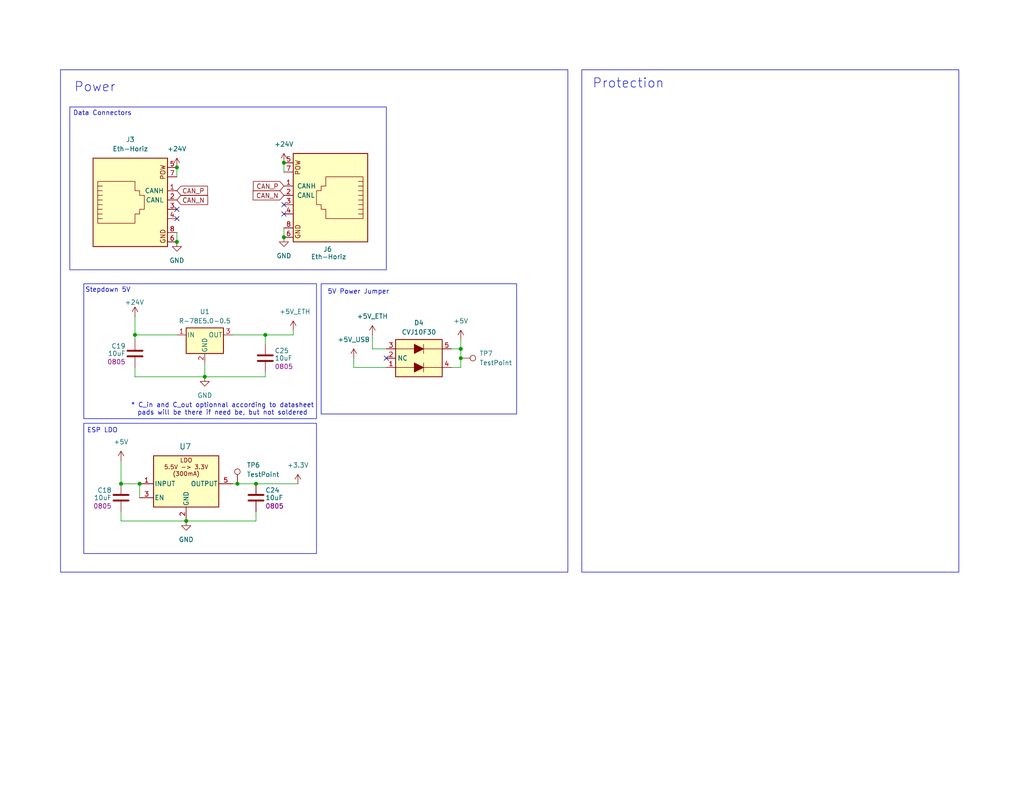
<source format=kicad_sch>
(kicad_sch (version 20250114) (generator "eeschema") (generator_version "9.0")
  (paper "USLetter")
  (lib_symbols
    (symbol "Regulator_Switching:R-78E5.0-0.5" (pin_names (offset 0.254))
      (property "Reference" "U" (at -3.81 3.175 0))
      (property "Value" "R-78E5.0-0.5" (at 0 3.175 0))
      (symbol "R-78E5.0-0.5_0_1"
        (rectangle (start -5.08 1.905) (end 5.08 -5.08) (stroke (width 0.254)) (fill (type background)))
      )
      (symbol "R-78E5.0-0.5_1_1"
        (pin power_in line (at -7.62 0 0) (length 2.54) (name "IN") (number "1"))
        (pin power_in line (at 0 -7.62 90) (length 2.54) (name "GND") (number "2"))
        (pin power_out line (at 7.62 0 180) (length 2.54) (name "OUT") (number "3"))
      )
    )
    (symbol "RoverLibrary:C_0805" (pin_numbers (hide yes)) (pin_names (offset 0.254))
      (property "Reference" "C" (at 2.54 2.032 0))
      (property "Value" "~" (at 2.54 0 0))
      (property "Package" "0805" (at 2.54 -2.286 0))
      (symbol "C_0805_0_1"
        (polyline (pts (xy -2.032 0.762) (xy 2.032 0.762)) (stroke (width 0.508)))
        (polyline (pts (xy -2.032 -0.762) (xy 2.032 -0.762)) (stroke (width 0.508)))
      )
      (symbol "C_0805_1_1"
        (pin passive line (at 0 3.81 270) (length 2.794) (name "~") (number "1"))
        (pin passive line (at 0 -3.81 90) (length 2.794) (name "~") (number "2"))
      )
    )
    (symbol "RoverLibrary:Diode_Schottchy_CVJ10F30"
      (property "Reference" "D" (at 0 2.032 0))
      (property "Value" "CVJ10F30" (at 0 0 0))
      (property "Status" "TO BE VERIFIED" (at 0 4.064 0))
      (symbol "Diode_Schottchy_CVJ10F30_0_1"
        (polyline (pts (xy -6.35 -3.81) (xy 6.35 -3.81)))
        (polyline (pts (xy -6.35 -8.89) (xy 6.35 -8.89)))
        (polyline (pts (xy -1.27 -2.54) (xy -1.27 -5.08) (xy 1.27 -3.81) (xy -1.27 -2.54)) (fill (type outline)))
        (polyline (pts (xy -1.27 -7.62) (xy -1.27 -10.16) (xy 1.27 -8.89) (xy -1.27 -7.62)) (fill (type outline)))
        (polyline (pts (xy 1.27 -2.54) (xy 1.27 -5.08)))
        (polyline (pts (xy 1.27 -7.62) (xy 1.27 -10.16)))
      )
      (symbol "Diode_Schottchy_CVJ10F30_1_1"
        (rectangle (start -6.35 -1.27) (end 6.35 -11.43) (stroke (width 0.254)) (fill (type background)))
        (pin passive line (at -8.89 -3.81 0) (length 2.54) (name "") (number "3"))
        (pin passive line (at -8.89 -6.35 0) (length 2.54) (name "NC") (number "2"))
        (pin passive line (at -8.89 -8.89 0) (length 2.54) (name "") (number "1"))
        (pin passive line (at 8.89 -3.81 180) (length 2.54) (name "") (number "5"))
        (pin passive line (at 8.89 -8.89 180) (length 2.54) (name "") (number "4"))
      )
    )
    (symbol "RoverLibrary:Eth-Horiz-54601-908WPLF" (pin_names (offset 1.016))
      (property "Reference" "J" (at -5.08 13.97 0))
      (property "Value" "Eth-Horiz" (at 2.54 13.97 0))
      (property "STATUS" "APPROVED" (at -4.826 16.002 0))
      (symbol "Eth-Horiz-54601-908WPLF_0_1"
        (rectangle (start -12.7 12.7) (end 7.62 -11.43) (stroke (width 0.254)) (fill (type background)))
        (polyline (pts (xy -11.43 1.27) (xy -10.16 1.27) (xy -10.16 1.27)))
        (polyline (pts (xy -11.43 0) (xy -10.16 0) (xy -10.16 0)))
        (polyline (pts (xy -11.43 -1.27) (xy -10.16 -1.27) (xy -10.16 -1.27)))
        (polyline (pts (xy -11.43 -2.54) (xy -10.16 -2.54) (xy -10.16 -2.54)))
        (polyline (pts (xy -11.43 -3.81) (xy -10.16 -3.81) (xy -10.16 -3.81)))
        (polyline (pts (xy -11.43 -5.08) (xy -11.43 6.35) (xy -1.27 6.35) (xy -1.27 3.81) (xy 0 3.81) (xy 0 2.54) (xy 1.27 2.54) (xy 1.27 -1.27) (xy 0 -1.27) (xy 0 -2.54) (xy -1.27 -2.54) (xy -1.27 -5.08) (xy -11.43 -5.08) (xy -11.43 -5.08)))
        (polyline (pts (xy -10.16 5.08) (xy -11.43 5.08)))
        (polyline (pts (xy -10.16 3.81) (xy -11.43 3.81)))
        (polyline (pts (xy -10.16 2.54) (xy -11.43 2.54) (xy -11.43 2.54)))
      )
      (symbol "Eth-Horiz-54601-908WPLF_1_1"
        (text "POW" (at 6.35 8.89 900) (effects (font (size 1.27 1.27))))
        (text "GND" (at 6.35 -8.636 900) (effects (font (size 1.27 1.27))))
        (pin passive line (at 10.16 10.16 180) (length 2.54) (name "~") (number "5"))
        (pin passive line (at 10.16 7.62 180) (length 2.54) (name "~") (number "7"))
        (pin passive line (at 10.16 3.81 180) (length 2.54) (name "CANH") (number "1"))
        (pin passive line (at 10.16 1.27 180) (length 2.54) (name "CANL") (number "2"))
        (pin passive line (at 10.16 -1.27 180) (length 2.54) (name "~") (number "3"))
        (pin passive line (at 10.16 -3.81 180) (length 2.54) (name "~") (number "4"))
        (pin passive line (at 10.16 -7.62 180) (length 2.54) (name "~") (number "8"))
        (pin passive line (at 10.16 -10.16 180) (length 2.54) (name "~") (number "6"))
      )
    )
    (symbol "RoverLibrary:LDO-TLV74033PDBVR" (pin_names (offset 0.254))
      (property "Reference" "U" (at 0 1.27 0))
      (property "STATUS" "TO BE APPROVED" (at 0 3.048 0))
      (symbol "LDO-TLV74033PDBVR_1_1"
        (rectangle (start -8.89 0) (end 8.89 -13.97) (stroke (width 0.254)) (fill (type background)))
        (text "LDO\n5.5V -> 3.3V\n(300mA)" (at 0 -3.048 0) (effects (font (size 1.143 1.143))))
        (pin power_in line (at -12.7 -7.62 0) (length 3.81) (name "INPUT") (number "1"))
        (pin input line (at -12.7 -11.43 0) (length 3.81) (name "EN") (number "3"))
        (pin power_in line (at 0 -17.78 90) (length 3.81) (name "GND") (number "2"))
        (pin power_out line (at 12.7 -7.62 180) (length 3.81) (name "OUTPUT") (number "5"))
        (pin no_connect line (at 12.7 -11.43 180) (length 3.81) (hide yes) (name "NC") (number "4"))
      )
    )
    (symbol "RoverLibrary:TestPoint" (pin_numbers (hide yes)) (pin_names (offset 0.762) (hide yes))
      (property "Reference" "TP" (at 0 6.858 0))
      (property "Value" "TestPoint" (at 0 5.08 0))
      (symbol "TestPoint_0_1"
        (circle (center 0 3.302) (radius 0.762))
      )
      (symbol "TestPoint_1_1"
        (pin passive line (at 0 0 90) (length 2.54) (name "1") (number "1"))
      )
    )
    (symbol "power:+24V" (power) (pin_numbers (hide yes)) (pin_names (offset 0) (hide yes))
      (property "Value" "+24V" (at 0 3.556 0))
      (symbol "+24V_0_1"
        (polyline (pts (xy -0.762 1.27) (xy 0 2.54)))
        (polyline (pts (xy 0 2.54) (xy 0.762 1.27)))
        (polyline (pts (xy 0 0) (xy 0 2.54)))
      )
      (symbol "+24V_1_1"
        (pin power_in line (at 0 0 90) (length 0) (name "~") (number "1"))
      )
    )
    (symbol "power:+3.3V" (power) (pin_numbers (hide yes)) (pin_names (offset 0) (hide yes))
      (property "Value" "+3.3V" (at 0 3.556 0))
      (symbol "+3.3V_0_1"
        (polyline (pts (xy -0.762 1.27) (xy 0 2.54)))
        (polyline (pts (xy 0 2.54) (xy 0.762 1.27)))
        (polyline (pts (xy 0 0) (xy 0 2.54)))
      )
      (symbol "+3.3V_1_1"
        (pin power_in line (at 0 0 90) (length 0) (name "~") (number "1"))
      )
    )
    (symbol "power:+5V" (power) (pin_numbers (hide yes)) (pin_names (offset 0) (hide yes))
      (property "Value" "+5V" (at 0 3.556 0))
      (symbol "+5V_0_1"
        (polyline (pts (xy -0.762 1.27) (xy 0 2.54)))
        (polyline (pts (xy 0 2.54) (xy 0.762 1.27)))
        (polyline (pts (xy 0 0) (xy 0 2.54)))
      )
      (symbol "+5V_1_1"
        (pin power_in line (at 0 0 90) (length 0) (name "~") (number "1"))
      )
    )
    (symbol "power:GND" (power) (pin_numbers (hide yes)) (pin_names (offset 0) (hide yes))
      (property "Value" "GND" (at 0 -3.81 0))
      (symbol "GND_0_1"
        (polyline (pts (xy 0 0) (xy 0 -1.27) (xy 1.27 -1.27) (xy 0 -2.54) (xy -1.27 -1.27) (xy 0 -1.27)))
      )
      (symbol "GND_1_1"
        (pin power_in line (at 0 0 270) (length 0) (name "~") (number "1"))
      )
    )
  )
  (rectangle (start 87.63 77.47) (end 140.97 113.03))
  (rectangle (start 158.75 19.05) (end 261.62 156.21))
  (rectangle (start 22.86 77.47) (end 86.36 114.3))
  (rectangle (start 16.51 19.05) (end 154.94 156.21))
  (rectangle (start 19.05 29.21) (end 105.41 73.66))
  (rectangle (start 22.86 115.57) (end 86.36 151.13))
  (text "ESP LDO" (at 27.94 117.602 0) (effects (font (size 1.27 1.27))))
  (text "Power" (at 25.908 23.876 0) (effects (font (size 2.54 2.54))))
  (text "Protection" (at 171.45 22.86 0) (effects (font (size 2.54 2.54))))
  (text "5V Power Jumper" (at 97.79 79.756 0) (effects (font (size 1.27 1.27))))
  (text "Stepdown 5V" (at 29.464 79.248 0) (effects (font (size 1.27 1.27))))
  (text "* C_in and C_out optionnal according to datasheet\npads will be there if need be, but not soldered" (at 60.706 111.76 0) (effects (font (size 1.27 1.27))))
  (text "Data Connectors" (at 27.94 30.988 0) (effects (font (size 1.27 1.27))))
  (junction (at 77.47 44.45))
  (junction (at 125.73 95.25))
  (junction (at 48.26 45.72))
  (junction (at 38.1 132.08))
  (junction (at 77.47 64.77))
  (junction (at 36.83 91.44))
  (junction (at 64.77 132.08))
  (junction (at 48.26 66.04))
  (junction (at 50.8 142.24))
  (junction (at 72.39 91.44))
  (junction (at 55.88 102.87))
  (junction (at 69.85 132.08))
  (junction (at 33.02 132.08))
  (junction (at 125.73 97.79))
  (no_connect (at 77.47 58.42))
  (no_connect (at 48.26 57.15))
  (no_connect (at 77.47 55.88))
  (no_connect (at 48.26 59.69))
  (no_connect (at 105.41 97.79))
  (wire (pts (xy 36.83 100.33) (xy 36.83 102.87)))
  (wire (pts (xy 69.85 139.7) (xy 69.85 142.24)))
  (wire (pts (xy 125.73 92.71) (xy 125.73 95.25)))
  (wire (pts (xy 36.83 91.44) (xy 36.83 92.71)))
  (wire (pts (xy 63.5 132.08) (xy 64.77 132.08)))
  (wire (pts (xy 36.83 91.44) (xy 48.26 91.44)))
  (wire (pts (xy 101.6 95.25) (xy 105.41 95.25)))
  (wire (pts (xy 55.88 99.06) (xy 55.88 102.87)))
  (wire (pts (xy 80.01 91.44) (xy 80.01 90.17)))
  (wire (pts (xy 123.19 100.33) (xy 125.73 100.33)))
  (wire (pts (xy 64.77 132.08) (xy 69.85 132.08)))
  (wire (pts (xy 72.39 91.44) (xy 80.01 91.44)))
  (wire (pts (xy 33.02 142.24) (xy 50.8 142.24)))
  (wire (pts (xy 125.73 95.25) (xy 125.73 97.79)))
  (wire (pts (xy 69.85 132.08) (xy 81.28 132.08)))
  (wire (pts (xy 50.8 142.24) (xy 69.85 142.24)))
  (wire (pts (xy 77.47 62.23) (xy 77.47 64.77)))
  (wire (pts (xy 96.52 100.33) (xy 105.41 100.33)))
  (wire (pts (xy 72.39 101.6) (xy 72.39 102.87)))
  (wire (pts (xy 101.6 91.44) (xy 101.6 95.25)))
  (wire (pts (xy 36.83 102.87) (xy 55.88 102.87)))
  (wire (pts (xy 72.39 102.87) (xy 55.88 102.87)))
  (wire (pts (xy 38.1 132.08) (xy 38.1 135.89)))
  (wire (pts (xy 33.02 139.7) (xy 33.02 142.24)))
  (wire (pts (xy 48.26 45.72) (xy 48.26 48.26)))
  (wire (pts (xy 33.02 125.73) (xy 33.02 132.08)))
  (wire (pts (xy 96.52 97.79) (xy 96.52 100.33)))
  (wire (pts (xy 125.73 97.79) (xy 125.73 100.33)))
  (wire (pts (xy 48.26 63.5) (xy 48.26 66.04)))
  (wire (pts (xy 77.47 44.45) (xy 77.47 46.99)))
  (wire (pts (xy 123.19 95.25) (xy 125.73 95.25)))
  (wire (pts (xy 33.02 132.08) (xy 38.1 132.08)))
  (wire (pts (xy 63.5 91.44) (xy 72.39 91.44)))
  (wire (pts (xy 72.39 91.44) (xy 72.39 93.98)))
  (wire (pts (xy 36.83 86.36) (xy 36.83 91.44)))
  (global_label "CAN_N" (shape input) (at 77.47 53.34 180) (property "Intersheetrefs" "${INTERSHEET_REFS}" (effects (hide yes))))
  (global_label "CAN_P" (shape input) (at 77.47 50.8 180) (property "Intersheetrefs" "${INTERSHEET_REFS}" (effects (hide yes))))
  (global_label "CAN_N" (shape input) (at 48.26 54.61 0) (property "Intersheetrefs" "${INTERSHEET_REFS}" (effects (hide yes))))
  (global_label "CAN_P" (shape input) (at 48.26 52.07 0) (property "Intersheetrefs" "${INTERSHEET_REFS}" (effects (hide yes))))
  (symbol (lib_id "power:GND") (at 50.8 142.24 0) (unit 1)
    (property "Reference" "#PWR055" (effects (hide yes)))
    (property "Value" "GND" (at 50.8 147.32 0))
    (property "Description" "Power symbol creates a global label with name \"GND\" , ground" (effects (hide yes)))
  )
  (symbol (lib_id "RoverLibrary:LDO-TLV74033PDBVR") (at 50.8 124.46 0) (unit 1)
    (property "Reference" "U7" (at 50.546 121.92 0) (effects (font (size 1.524 1.524))))
    (property "Value" "LDO-TLV74033PDBVR" (effects (hide yes)))
    (property "Footprint" "Package_TO_SOT_SMD:SOT-23-5_HandSoldering" (effects (hide yes)))
    (property "Datasheet" "https://mm.digikey.com/Volume0/opasdata/d220001/medias/docus/5334/TLV740P_DS.pdf" (effects (hide yes)))
    (property "Description" "LDO Fixed output 3.3V. Input range: 3.7V-5.5V. 300mA" (effects (hide yes)))
    (property "STATUS" "TO BE APPROVED" (effects (hide yes)))
    (property "Digikey" "https://www.digikey.ca/en/products/detail/texas-instruments/TLV74033PDBVR/12642183" (effects (hide yes)))
  )
  (symbol (lib_id "power:GND") (at 48.26 66.04 0) (unit 1)
    (property "Reference" "#PWR054" (effects (hide yes)))
    (property "Value" "GND" (at 48.26 71.12 0))
    (property "Description" "Power symbol creates a global label with name \"GND\" , ground" (effects (hide yes)))
  )
  (symbol (lib_id "power:+5V") (at 96.52 97.79 0) (unit 1)
    (property "Reference" "#PWR049" (effects (hide yes)))
    (property "Value" "+5V_USB" (at 96.52 92.71 0))
    (property "Description" "Power symbol creates a global label with name \"+5V\"" (effects (hide yes)))
  )
  (symbol (lib_id "RoverLibrary:C_0805") (at 72.39 97.79 0) (unit 1)
    (property "Reference" "C25" (at 74.93 95.758 0) (effects (justify left)))
    (property "Value" "10uF" (at 74.93 97.79 0) (effects (justify left)))
    (property "Footprint" "Capacitor_SMD:C_0805_2012Metric_Pad1.18x1.45mm_HandSolder" (effects (hide yes)))
    (property "Description" "Unpolarized capacitor" (effects (hide yes)))
    (property "Package" "0805" (at 74.93 100.076 0) (effects (justify left)))
  )
  (symbol (lib_id "RoverLibrary:C_0805") (at 69.85 135.89 0) (unit 1)
    (property "Reference" "C24" (at 72.39 133.858 0) (effects (justify left)))
    (property "Value" "10uF" (at 72.39 135.89 0) (effects (justify left)))
    (property "Footprint" "Capacitor_SMD:C_0805_2012Metric_Pad1.18x1.45mm_HandSolder" (effects (hide yes)))
    (property "Description" "Unpolarized capacitor" (effects (hide yes)))
    (property "Package" "0805" (at 72.39 138.176 0) (effects (justify left)))
  )
  (symbol (lib_id "power:+5V") (at 36.83 86.36 0) (unit 1)
    (property "Reference" "#PWR051" (effects (hide yes)))
    (property "Value" "+24V" (at 34.036 82.55 0) (effects (justify left)))
    (property "Description" "Power symbol creates a global label with name \"+5V\"" (effects (hide yes)))
  )
  (symbol (lib_id "power:+5V") (at 101.6 91.44 0) (unit 1)
    (property "Reference" "#PWR052" (effects (hide yes)))
    (property "Value" "+5V_ETH" (at 101.6 86.36 0))
    (property "Description" "Power symbol creates a global label with name \"+5V\"" (effects (hide yes)))
  )
  (symbol (lib_id "power:GND") (at 77.47 64.77 0) (unit 1)
    (property "Reference" "#PWR058" (effects (hide yes)))
    (property "Value" "GND" (at 77.47 69.85 0))
    (property "Description" "Power symbol creates a global label with name \"GND\" , ground" (effects (hide yes)))
  )
  (symbol (lib_id "power:+3.3V") (at 81.28 132.08 0) (unit 1)
    (property "Reference" "#PWR057" (effects (hide yes)))
    (property "Value" "+3.3V" (at 81.28 127 0))
    (property "Description" "Power symbol creates a global label with name \"+3.3V\"" (effects (hide yes)))
  )
  (symbol (lib_id "RoverLibrary:C_0805") (at 36.83 96.52 0) (mirror y) (unit 1)
    (property "Reference" "C19" (at 34.29 94.488 0) (effects (justify left)))
    (property "Value" "10uF" (at 34.29 96.52 0) (effects (justify left)))
    (property "Footprint" "Capacitor_SMD:C_0805_2012Metric_Pad1.18x1.45mm_HandSolder" (effects (hide yes)))
    (property "Description" "Unpolarized capacitor" (effects (hide yes)))
    (property "Package" "0805" (at 34.29 98.806 0) (effects (justify left)))
  )
  (symbol (lib_id "power:+5V") (at 125.73 92.71 0) (unit 1)
    (property "Reference" "#PWR056" (effects (hide yes)))
    (property "Value" "+5V" (at 125.73 87.63 0))
    (property "Description" "Power symbol creates a global label with name \"+5V\"" (effects (hide yes)))
  )
  (symbol (lib_id "RoverLibrary:Eth-Horiz-54601-908WPLF") (at 38.1 55.88 0) (unit 1)
    (property "Reference" "J3" (at 35.56 38.1 0))
    (property "Value" "Eth-Horiz" (at 35.56 40.64 0))
    (property "Footprint" "RoverFootprint:Ethernet_Horizontal" (effects (hide yes)))
    (property "Description" "RJ connector, 8P8C (8 positions 8 connected), RJ31/RJ32/RJ33/RJ34/RJ35/RJ41/RJ45/RJ49/RJ61" (effects (hide yes)))
    (property "STATUS" "APPROVED" (effects (hide yes)))
  )
  (symbol (lib_id "RoverLibrary:Diode_Schottchy_CVJ10F30") (at 114.3 91.44 0) (unit 1)
    (property "Reference" "D4" (at 114.3 88.138 0))
    (property "Value" "CVJ10F30" (at 114.3 90.678 0))
    (property "Footprint" "RoverFootprint:Diode_schottky-CVJ10F30" (effects (hide yes)))
    (property "Datasheet" "https://toshiba.semicon-storage.com/info/CVJ10F30_datasheet_en_20140407.pdf?did=13914&prodName=CVJ10F30" (effects (hide yes)))
    (property "Status" "TO BE VERIFIED" (effects (hide yes)))
  )
  (symbol (lib_id "RoverLibrary:Eth-Horiz-54601-908WPLF") (at 87.63 54.61 0) (mirror y) (unit 1)
    (property "Reference" "J6" (at 89.408 68.072 0))
    (property "Value" "Eth-Horiz" (at 89.662 70.104 0))
    (property "Footprint" "RoverFootprint:Ethernet_Horizontal" (effects (hide yes)))
    (property "Description" "RJ connector, 8P8C (8 positions 8 connected), RJ31/RJ32/RJ33/RJ34/RJ35/RJ41/RJ45/RJ49/RJ61" (effects (hide yes)))
    (property "STATUS" "APPROVED" (effects (hide yes)))
  )
  (symbol (lib_id "power:+5V") (at 33.02 125.73 0) (unit 1)
    (property "Reference" "#PWR048" (effects (hide yes)))
    (property "Value" "+5V" (at 33.02 120.65 0))
    (property "Description" "Power symbol creates a global label with name \"+5V\"" (effects (hide yes)))
  )
  (symbol (lib_id "Regulator_Switching:R-78E5.0-0.5") (at 55.88 91.44 0) (unit 1)
    (property "Reference" "U1" (at 55.88 85.09 0))
    (property "Value" "R-78E5.0-0.5" (at 55.88 87.63 0))
    (property "Footprint" "Converter_DCDC:Converter_DCDC_RECOM_R-78E-0.5_THT" (effects (hide yes)))
    (property "Datasheet" "https://www.recom-power.com/pdf/Innoline/R-78Exx-0.5.pdf" (effects (hide yes)))
    (property "Description" "500mA Step-Down DC/DC-Regulator, 7-28V input, 5V fixed Output Voltage, LM78xx replacement, -40°C to +85°C, SIP3" (effects (hide yes)))
  )
  (symbol (lib_id "RoverLibrary:C_0805") (at 33.02 135.89 0) (mirror y) (unit 1)
    (property "Reference" "C18" (at 30.48 133.858 0) (effects (justify left)))
    (property "Value" "10uF" (at 30.48 135.89 0) (effects (justify left)))
    (property "Footprint" "Capacitor_SMD:C_0805_2012Metric_Pad1.18x1.45mm_HandSolder" (effects (hide yes)))
    (property "Description" "Unpolarized capacitor" (effects (hide yes)))
    (property "Package" "0805" (at 30.48 138.176 0) (effects (justify left)))
  )
  (symbol (lib_id "power:+24V") (at 77.47 44.45 0) (unit 1)
    (property "Reference" "#PWR061" (effects (hide yes)))
    (property "Value" "+24V" (at 77.47 39.37 0))
    (property "Description" "Power symbol creates a global label with name \"+24V\"" (effects (hide yes)))
  )
  (symbol (lib_id "power:+24V") (at 48.26 45.72 0) (unit 1)
    (property "Reference" "#PWR053" (effects (hide yes)))
    (property "Value" "+24V" (at 48.26 40.64 0))
    (property "Description" "Power symbol creates a global label with name \"+24V\"" (effects (hide yes)))
  )
  (symbol (lib_id "power:GND") (at 55.88 102.87 0) (unit 1)
    (property "Reference" "#PWR067" (effects (hide yes)))
    (property "Value" "GND" (at 55.88 107.95 0))
    (property "Description" "Power symbol creates a global label with name \"GND\" , ground" (effects (hide yes)))
  )
  (symbol (lib_id "power:+3.3V") (at 80.01 90.17 0) (unit 1)
    (property "Reference" "#PWR068" (effects (hide yes)))
    (property "Value" "+5V_ETH" (at 76.2 85.09 0) (effects (justify left)))
    (property "Description" "Power symbol creates a global label with name \"+3.3V\"" (effects (hide yes)))
  )
  (symbol (lib_id "RoverLibrary:TestPoint") (at 64.77 132.08 0) (unit 1)
    (property "Reference" "TP6" (at 67.31 127 0) (effects (justify left)))
    (property "Value" "TestPoint" (at 67.31 129.54 0) (effects (justify left)))
    (property "Footprint" "TestPoint:TestPoint_Plated_Hole_D2.0mm" (effects (hide yes)))
    (property "Description" "test point" (effects (hide yes)))
  )
  (symbol (lib_id "RoverLibrary:TestPoint") (at 125.73 97.79 270) (unit 1)
    (property "Reference" "TP7" (at 130.81 96.5199 90) (effects (justify left)))
    (property "Value" "TestPoint" (at 130.81 99.0599 90) (effects (justify left)))
    (property "Footprint" "TestPoint:TestPoint_Plated_Hole_D2.0mm" (effects (hide yes)))
    (property "Description" "test point" (effects (hide yes)))
  )
)
</source>
